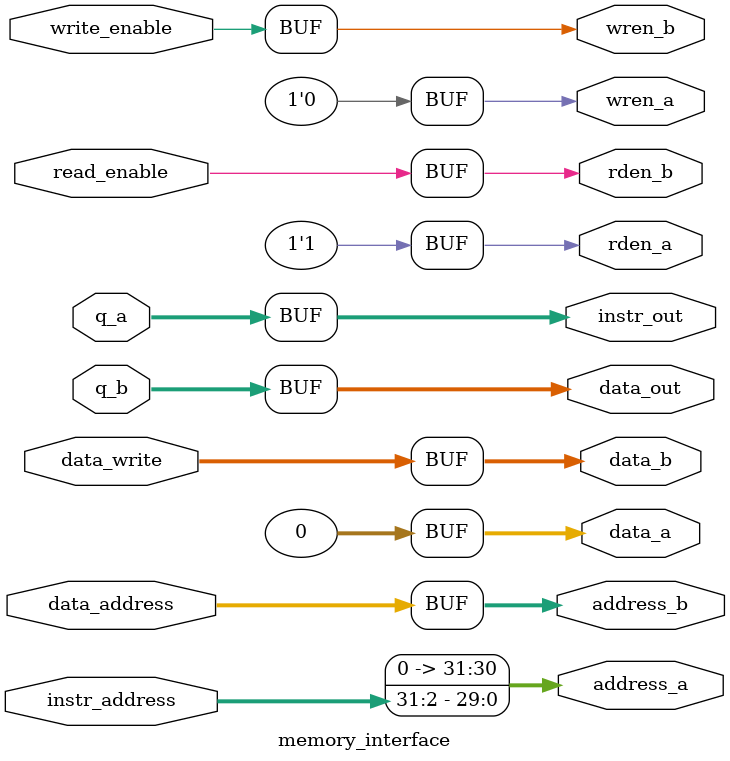
<source format=v>
module memory_interface(

	// Processor Side Interface
		// Instruction Interface
		input		[31:0]	instr_address,
		
		output	[31:0]	instr_out,
		
		// Data Interface
		input		[31:0]	data_address,
		input		[31:0]	data_write,
		input					write_enable,
		input					read_enable,
		
		output	[31:0]	data_out,
	
	// Memory Side Interface
		// Instruction interface
		output	[31:0]	data_a,
		output	[31:0]	address_a,
		output				wren_a,
		output				rden_a,
		
		input		[31:0]	q_a,
		
		// Data interface
		output	[31:0]	data_b,
		output	[31:0]	address_b,
		output				wren_b,
		output				rden_b,
		
		input		[31:0]	q_b
);

assign address_a = instr_address >> 2;
assign instr_out = q_a;
assign wren_a = 1'b0;
assign rden_a = 1'b1;
assign data_a = 32'b0;

assign address_b = data_address;
assign data_out = q_b;
assign wren_b = write_enable;
assign rden_b = read_enable;
assign data_b = data_write;


endmodule 
</source>
